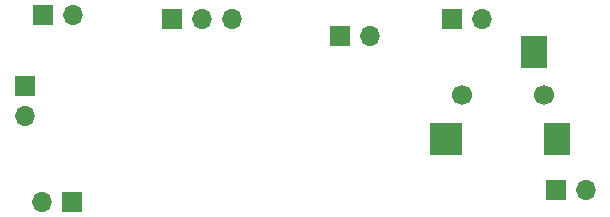
<source format=gbr>
%TF.GenerationSoftware,KiCad,Pcbnew,(6.0.2)*%
%TF.CreationDate,2022-05-27T23:56:07+02:00*%
%TF.ProjectId,EEC_v0,4545435f-7630-42e6-9b69-6361645f7063,rev?*%
%TF.SameCoordinates,Original*%
%TF.FileFunction,Soldermask,Bot*%
%TF.FilePolarity,Negative*%
%FSLAX46Y46*%
G04 Gerber Fmt 4.6, Leading zero omitted, Abs format (unit mm)*
G04 Created by KiCad (PCBNEW (6.0.2)) date 2022-05-27 23:56:07*
%MOMM*%
%LPD*%
G01*
G04 APERTURE LIST*
%ADD10R,1.700000X1.700000*%
%ADD11O,1.700000X1.700000*%
%ADD12C,1.700000*%
%ADD13R,2.200000X2.800000*%
%ADD14R,2.800000X2.800000*%
G04 APERTURE END LIST*
D10*
%TO.C,J3*%
X83525000Y-104200000D03*
D11*
X86065000Y-104200000D03*
%TD*%
D10*
%TO.C,Entrada*%
X82000000Y-110225000D03*
D11*
X82000000Y-112765000D03*
%TD*%
D10*
%TO.C,J5*%
X108725000Y-106000000D03*
D11*
X111265000Y-106000000D03*
%TD*%
D10*
%TO.C,+/G/-*%
X94475000Y-104500000D03*
D11*
X97015000Y-104500000D03*
X99555000Y-104500000D03*
%TD*%
D10*
%TO.C,J4*%
X86000000Y-120000000D03*
D11*
X83460000Y-120000000D03*
%TD*%
D10*
%TO.C,J8*%
X127000000Y-119000000D03*
D11*
X129540000Y-119000000D03*
%TD*%
D10*
%TO.C,J6*%
X118225000Y-104500000D03*
D11*
X120765000Y-104500000D03*
%TD*%
D12*
%TO.C,Salida*%
X126000000Y-111000000D03*
X119000000Y-111000000D03*
D13*
X125100000Y-107300000D03*
X127100000Y-114700000D03*
D14*
X117700000Y-114700000D03*
%TD*%
M02*

</source>
